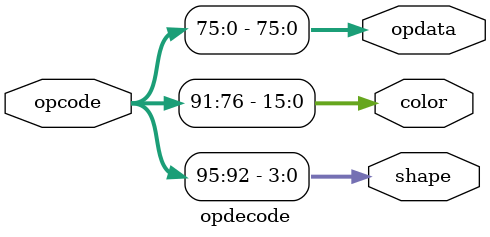
<source format=sv>
module opdecode
(
input wire [95:0]opcode,
output wire [3:0]shape,
output wire [15:0]color,
output wire [75:0]opdata
);

assign shape = opcode[95:92];
assign color = opcode[91:76];
assign opdata = opcode[75:0];

endmodule

</source>
